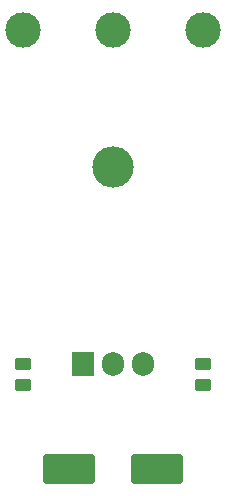
<source format=gbr>
%TF.GenerationSoftware,KiCad,Pcbnew,7.0.2*%
%TF.CreationDate,2023-05-24T19:56:16+02:00*%
%TF.ProjectId,Einschaltstrombegrenzung,45696e73-6368-4616-9c74-7374726f6d62,rev?*%
%TF.SameCoordinates,Original*%
%TF.FileFunction,Soldermask,Top*%
%TF.FilePolarity,Negative*%
%FSLAX46Y46*%
G04 Gerber Fmt 4.6, Leading zero omitted, Abs format (unit mm)*
G04 Created by KiCad (PCBNEW 7.0.2) date 2023-05-24 19:56:16*
%MOMM*%
%LPD*%
G01*
G04 APERTURE LIST*
G04 Aperture macros list*
%AMRoundRect*
0 Rectangle with rounded corners*
0 $1 Rounding radius*
0 $2 $3 $4 $5 $6 $7 $8 $9 X,Y pos of 4 corners*
0 Add a 4 corners polygon primitive as box body*
4,1,4,$2,$3,$4,$5,$6,$7,$8,$9,$2,$3,0*
0 Add four circle primitives for the rounded corners*
1,1,$1+$1,$2,$3*
1,1,$1+$1,$4,$5*
1,1,$1+$1,$6,$7*
1,1,$1+$1,$8,$9*
0 Add four rect primitives between the rounded corners*
20,1,$1+$1,$2,$3,$4,$5,0*
20,1,$1+$1,$4,$5,$6,$7,0*
20,1,$1+$1,$6,$7,$8,$9,0*
20,1,$1+$1,$8,$9,$2,$3,0*%
G04 Aperture macros list end*
%ADD10C,3.000000*%
%ADD11RoundRect,0.250000X-0.450000X0.262500X-0.450000X-0.262500X0.450000X-0.262500X0.450000X0.262500X0*%
%ADD12RoundRect,0.250000X-1.950000X-1.000000X1.950000X-1.000000X1.950000X1.000000X-1.950000X1.000000X0*%
%ADD13RoundRect,0.250000X0.450000X-0.262500X0.450000X0.262500X-0.450000X0.262500X-0.450000X-0.262500X0*%
%ADD14O,3.500000X3.500000*%
%ADD15R,1.905000X2.000000*%
%ADD16O,1.905000X2.000000*%
G04 APERTURE END LIST*
D10*
%TO.C,J2*%
X144780000Y-74930000D03*
X137160000Y-74930000D03*
X129540000Y-74930000D03*
%TD*%
D11*
%TO.C,R1*%
X144780000Y-103227500D03*
X144780000Y-105052500D03*
%TD*%
D12*
%TO.C,C1*%
X133460000Y-112167500D03*
X140860000Y-112167500D03*
%TD*%
D13*
%TO.C,R2*%
X129540000Y-105052500D03*
X129540000Y-103227500D03*
%TD*%
D14*
%TO.C,Q1*%
X137160000Y-86550000D03*
D15*
X134620000Y-103210000D03*
D16*
X137160000Y-103210000D03*
X139700000Y-103210000D03*
%TD*%
M02*

</source>
